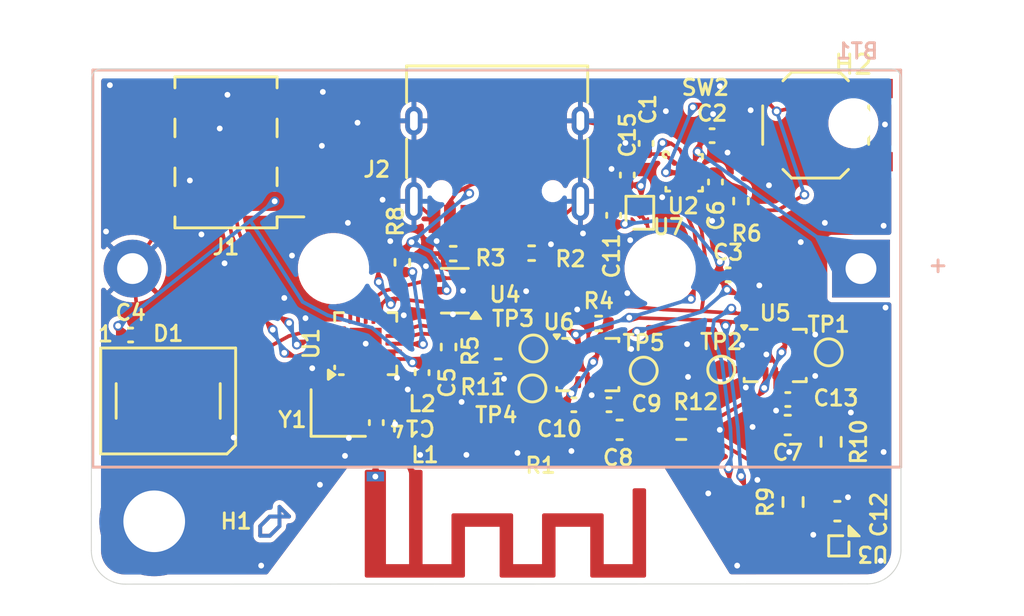
<source format=kicad_pcb>
(kicad_pcb (version 20241229) (generator "pcbnew") (generator_version "9.0")
  (layers (0 "F.Cu" signal) (2 "B.Cu" signal) (13 "F.Paste" user) (15 "B.Paste" user) (5 "F.SilkS" user "F.Silkscreen") (7 "B.SilkS" user "B.Silkscreen") (1 "F.Mask" user) (3 "B.Mask" user) (25 "Edge.Cuts" user))
  (net 0 "")
  (net 1 "+BATT")
  (net 2 "GND")
  (net 3 "+5V")
  (net 4 "VDD")
  (net 5 "Net-(U2-VDD)")
  (net 7 "LED")
  (net 8 "PA11")
  (net 9 "SWD")
  (net 10 "PA10")
  (net 11 "SWCLK")
  (net 12 "Net-(U1-ANT)")
  (net 13 "SCL")
  (net 14 "SDA")
  (net 15 "PWRINT")
  (net 16 "Net-(U1-V5)")
  (net 17 "Net-(U6-SD0{slash}SA0)")
  (net 18 "Net-(U5-INT2)")
  (net 19 "Net-(U5-INT1)")
  (net 20 "Net-(U6-INT1)")
  (net 21 "Net-(U6-INT2)")
  (net 22 "PA5")
  (net 28 "Net-(U1-XI)")
  (net 29 "Net-(U1-XO)")
  (net 30 "PA4")
  (net 31 "Net-(U3-VDD)")
  (net 32 "Net-(U5-VDD)")
  (net 36 "Net-(U6-VDD)")
  (net 38 "Net-(J2-CC1)")
  (net 39 "Net-(J2-CC2)")
  (net 42 "Net-(C14-Pad1)")
  (net 43 "Net-(U2-SYS)")
  (footprint "Resistor_SMD:R_0603_1608Metric" (layer "F.Cu") (at 102.125 53.625 -90)
    (property "Reference" "R10")
    (property "Value" "33Ω")
  )
  (footprint "Capacitor_SMD:C_0402_1005Metric" (layer "F.Cu") (at 91.55 39.77 90)
    (property "Reference" "C15")
    (property "Value" "1u")
  )
  (footprint "Resistor_SMD:R_0402_1005Metric" (layer "F.Cu") (at 97.45 41.12 90)
    (property "Reference" "R6")
    (property "Value" "5.1k")
  )
  (footprint "Resistor_SMD:R_0603_1608Metric" (layer "F.Cu") (at 94.35 52.975)
    (property "Reference" "R12")
    (property "Value" "33Ω")
  )
  (footprint "Package_TO_SOT_SMD:SOT-363_SC-70-6" (layer "F.Cu") (at 82.6 45.775 180)
    (property "Reference" "U4")
    (property "Value" "USBLC6-2SC6")
  )
  (footprint "LED_SMD:LED_WS2812B_PLCC4_5.0x5.0mm_P3.2mm" (layer "F.Cu") (at 67.725 51.5)
    (property "Reference" "D1")
    (property "Value" "WS2812B")
  )
  (footprint "Capacitor_SMD:C_0603_1608Metric" (layer "F.Cu") (at 99.875 52.75 180)
    (property "Reference" "C7")
    (property "Value" "22μF")
  )
  (footprint "Capacitor_SMD:C_0402_1005Metric" (layer "F.Cu") (at 99.88 51.425 180)
    (property "Reference" "C13")
    (property "Value" "0.1μF")
  )
  (footprint "Capacitor_SMD:C_0402_1005Metric" (layer "F.Cu") (at 96.125 40.13 -90)
    (property "Reference" "C6")
    (property "Value" "1u")
  )
  (footprint "Capacitor_SMD:C_0402_1005Metric" (layer "F.Cu") (at 92.525 38.125 90)
    (property "Reference" "C1")
    (property "Value" "4.7u")
  )
  (footprint "Capacitor_SMD:C_0402_1005Metric" (layer "F.Cu") (at 96.78 44.95)
    (property "Reference" "C3")
    (property "Value" "4.7u")
  )
  (footprint "Resistor_SMD:R_0402_1005Metric" (layer "F.Cu") (at 86.585 43.825)
    (property "Reference" "R2")
    (property "Value" "5.1k")
  )
  (footprint "cnhardware:WLCSP-9-P0.5mm" (layer "F.Cu") (at 94.5 39.65)
    (property "Reference" "U2")
    (property "Value" "AW32001")
  )
  (footprint "Package_DFN_QFN:QFN-20-1EP_3x3mm_P0.4mm_EP1.65x1.65mm" (layer "F.Cu") (at 77.975 48.525 90)
    (property "Reference" "U1")
    (property "Value" "CH572D")
  )
  (footprint "Resistor_SMD:R_0402_1005Metric" (layer "F.Cu") (at 82.275 48.7 -90)
    (property "Reference" "R5")
    (property "Value" "5.1k")
  )
  (footprint "cnhardware:LGA-14_3x2.5mm_P0.5mm_LayoutBorder3x4y_EVEN_PADS" (layer "F.Cu") (at 99.225 49.1375)
    (property "Reference" "U5")
    (property "Value" "~")
  )
  (footprint "TestPoint:TestPoint_Pad_D1.0mm" (layer "F.Cu") (at 96.425 49.875)
    (property "Reference" "TP2")
    (property "Value" "INT1")
  )
  (footprint "Capacitor_SMD:C_0402_1005Metric" (layer "F.Cu") (at 90.6 51.7 180)
    (property "Reference" "C9")
    (property "Value" "0.1μF")
  )
  (footprint "cnhardware:LGA-14_3x2.5mm_P0.5mm_LayoutBorder3x4y_EVEN_PADS" (layer "F.Cu") (at 89.5 49.6125)
    (property "Reference" "U6")
    (property "Value" "~")
  )
  (footprint "Capacitor_SMD:C_0402_1005Metric" (layer "F.Cu") (at 95.95 37.725)
    (property "Reference" "C2")
    (property "Value" "4.7u")
  )
  (footprint "Resistor_SMD:R_0402_1005Metric" (layer "F.Cu") (at 90.065 47.475)
    (property "Reference" "R4")
    (property "Value" "5.1k")
  )
  (footprint "Capacitor_SMD:C_0402_1005Metric" (layer "F.Cu") (at 78.525 52.625 90)
    (property "Reference" "C14")
    (property "Value" "22pF")
  )
  (footprint "Resistor_SMD:R_0402_1005Metric" (layer "F.Cu") (at 79.875 44.3 90)
    (property "Reference" "R8")
    (property "Value" "NP")
  )
  (footprint "TestPoint:TestPoint_Pad_D1.0mm" (layer "F.Cu") (at 92.4 49.925)
    (property "Reference" "TP5")
    (property "Value" "INT1")
  )
  (footprint "Connector_PinHeader_2.54mm:PinHeader_2x03_P2.54mm_Vertical_SMD" (layer "F.Cu") (at 70.725 38.59 180)
    (property "Reference" "J1")
    (property "Value" "SAO")
  )
  (footprint "cnhardware:USB_C_MOD_Receptacle_HRO_TYPE-C-31-M-12" (layer "F.Cu") (at 84.795 38 180)
    (property "Reference" "J2")
    (property "Value" "USB_C_Receptacle_USB2.0_16P")
  )
  (footprint "Capacitor_SMD:C_0402_1005Metric" (layer "F.Cu") (at 80.9 50.03 -90)
    (property "Reference" "C5")
    (property "Value" "0.1u")
  )
  (footprint "Capacitor_SMD:C_0402_1005Metric" (layer "F.Cu") (at 90.84 41.86 90)
    (property "Reference" "C11")
    (property "Value" "0.1μF")
  )
  (footprint "RF_Antenna:Texas_SWRA117D_2.4GHz_Left" (layer "F.Cu") (at 80.575 55.425 180)
    (property "Reference" "R1")
    (property "Value" "R")
  )
  (footprint "Capacitor_SMD:C_0603_1608Metric" (layer "F.Cu") (at 91.15 53 180)
    (property "Reference" "C8")
    (property "Value" "22μF")
  )
  (footprint "Resistor_SMD:R_0402_1005Metric" (layer "F.Cu") (at 84.85 49.7)
    (property "Reference" "R11")
    (property "Value" "5.1k")
  )
  (footprint "Resistor_SMD:R_0603_1608Metric" (layer "F.Cu") (at 100.15 56.75 90)
    (property "Reference" "R9")
    (property "Value" "33Ω")
  )
  (footprint "Inductor_SMD:L_0402_1005Metric" (layer "F.Cu") (at 79 54.075)
    (property "Reference" "L1")
    (property "Value" "L")
  )
  (footprint "MountingHole:MountingHole_2.1mm" (layer "F.Cu") (at 103.28 37.08)
    (property "Reference" "H2")
    (property "Value" "BATTMOUNT")
  )
  (footprint "Crystal:Crystal_SMD_2016-4Pin_2.0x1.6mm" (layer "F.Cu") (at 76.55 52.125)
    (property "Reference" "Y1")
    (property "Value" "32MHz")
  )
  (footprint "Inductor_SMD:L_0402_1005Metric" (layer "F.Cu") (at 79.025 51.25)
    (property "Reference" "L2")
    (property "Value" "L")
  )
  (footprint "Capacitor_SMD:C_0603_1608Metric" (layer "F.Cu") (at 102.45 57.225)
    (property "Reference" "C12")
    (property "Value" "22μF")
  )
  (footprint "Package_BGA:WLP-4_0.83x0.83mm_P0.4mm" (layer "F.Cu") (at 102.525 59.025 -90)
    (property "Reference" "U3")
    (property "Value" "QMC6309")
  )
  (footprint "MountingHole:MountingHole_3.2mm_M3_ISO7380_Pad_TopBottom" (layer "F.Cu") (at 67 57.75)
    (property "Reference" "H1")
    (property "Value" "HOLE")
  )
  (footprint "Capacitor_SMD:C_0402_1005Metric" (layer "F.Cu") (at 88.775 51.7)
    (property "Reference" "C10")
    (property "Value" "0.1μF")
  )
  (footprint "Resistor_SMD:R_0402_1005Metric" (layer "F.Cu") (at 82.515 43.85 180)
    (property "Reference" "R3")
    (property "Value" "5.1k")
  )
  (footprint "Capacitor_SMD:C_0402_1005Metric" (layer "F.Cu") (at 65.775 48.075)
    (property "Reference" "C4")
    (property "Value" "0.1u")
  )
  (footprint "cnhardware:xdfn-reg" (layer "F.Cu") (at 92.2 41.73)
    (property "Reference" "U7")
    (property "Value" "MG6229D4-28")
  )
  (footprint "TestPoint:TestPoint_Pad_D1.0mm" (layer "F.Cu") (at 86.625 50.85)
    (property "Reference" "TP4")
    (property "Value" "INT1")
  )
  (footprint "TestPoint:TestPoint_Pad_D1.0mm" (layer "F.Cu") (at 86.675 48.775)
    (property "Reference" "TP3")
    (property "Value" "SA0")
  )
  (footprint "TestPoint:TestPoint_Pad_D1.0mm" (layer "F.Cu") (at 102 48.975)
    (property "Reference" "TP1")
    (property "Value" "INT2")
  )
  (footprint "Button_Switch_SMD:SW_SPST_TL3342" (layer "F.Cu") (at 101.325 37.175)
    (property "Reference" "SW2")
    (property "Value" "TS-1187A-B-A-B")
  )
  (footprint "Battery:BatteryHolder_Bulgin_BX0123_1xCR123" (layer "B.Cu") (at 103.675 44.625 180)
    (property "Reference" "BT1")
    (property "Value" "Battery")
  )
  (gr_line (start 73 58.5) (end 72.5 58.5) (stroke (width 0.2)) (layer "F.Cu"))
  (gr_line (start 73 58.5) (end 73.5 58) (stroke (width 0.2)) (layer "F.Cu"))
  (gr_line (start 74 57.5) (end 73.5 57) (stroke (width 0.2)) (layer "F.Cu"))
  (gr_line (start 72.5 58.5) (end 72.5 58) (stroke (width 0.2)) (layer "F.Cu"))
  (gr_line (start 72.5 58) (end 73 57.5) (stroke (width 0.2)) (layer "F.Cu"))
  (gr_line (start 73 57.5) (end 74 57.5) (stroke (width 0.2)) (layer "F.Cu"))
  (gr_line (start 73.5 57) (end 73.5 58) (stroke (width 0.2)) (layer "F.Cu"))
  (gr_line (start 73.5 58) (end 73.5 57) (stroke (width 0.2)) (layer "B.Cu"))
  (gr_line (start 74 57.5) (end 73 57.5) (stroke (width 0.2)) (layer "B.Cu"))
  (gr_line (start 72.5 58) (end 73 57.5) (stroke (width 0.2)) (layer "B.Cu"))
  (gr_line (start 72.5 58.5) (end 72.5 58) (stroke (width 0.2)) (layer "B.Cu"))
  (gr_line (start 73.5 57) (end 74 57.5) (stroke (width 0.2)) (layer "B.Cu"))
  (gr_line (start 73 58.5) (end 73.5 58) (stroke (width 0.2)) (layer "B.Cu"))
  (gr_line (start 72.5 58.5) (end 73 58.5) (stroke (width 0.2)) (layer "B.Cu"))
  (gr_line (start 64.25 34.25) (end 105.25 34.25) (stroke (width 0.05)) (layer "Edge.Cuts"))
  (gr_arc (start 105.25 34.25) (mid 105.603553 34.396447) (end 105.75 34.75) (stroke (width 0.05)) (layer "Edge.Cuts"))
  (gr_arc (start 65.487437 61.012562) (mid 64.25 60.5) (end 63.737437 59.262563) (stroke (width 0.05)) (layer "Edge.Cuts"))
  (gr_arc (start 63.75 34.75) (mid 63.896447 34.396447) (end 64.25 34.25) (stroke (width 0.05)) (layer "Edge.Cuts"))
  (gr_arc (start 105.75 59.25) (mid 105.237437 60.487437) (end 104 61) (stroke (width 0.05)) (layer "Edge.Cuts"))
  (gr_line (start 105.75 34.75) (end 105.75 59.25) (stroke (width 0.05)) (layer "Edge.Cuts"))
  (gr_line (start 104 61) (end 65.487437 61.012562) (stroke (width 0.05)) (layer "Edge.Cuts"))
  (gr_line (start 63.75 34.75) (end 63.737437 59.2626) (stroke (width 0.05)) (layer "Edge.Cuts"))
  (segment (start 95 39.15) (end 95.197895 38.55) (width 0.19) (layer "F.Cu") (net 1))
  (segment (start 95.47 37.725) (end 95.197895 38.55) (width 0.19) (layer "F.Cu") (net 1))
  (via (at 95.197895 38.55) (size 0.5) (drill 0.3) (layers "F.Cu" "B.Cu") (net 1))
  (segment (start 103.675 44.625) (end 95.197895 38.55) (width 0.19) (layer "B.Cu") (net 1))
  (segment (start 92.55 42.24) (end 92.68 42.72) (width 0.19) (layer "F.Cu") (net 2))
  (segment (start 81.55 43) (end 81.545 42.045) (width 0.19) (layer "F.Cu") (net 2))
  (segment (start 94.55 37.6) (end 94.9 37.125) (width 0.19) (layer "F.Cu") (net 2))
  (segment (start 90 51.05) (end 90 51.225) (width 0.19) (layer "F.Cu") (net 2))
  (segment (start 99.225 50.05) (end 99.225 50.825) (width 0.19) (layer "F.Cu") (net 2))
  (segment (start 97.26 44.95) (end 98.4 45.5) (width 0.19) (layer "F.Cu") (net 2))
  (segment (start 99.225 50.05) (end 99.225 49.55) (width 0.19) (layer "F.Cu") (net 2))
  (segment (start 89.525 51.275) (end 89.255 51.7) (width 0.19) (layer "F.Cu") (net 2))
  (segment (start 80.475 41.130001) (end 80.475 36.95) (width 0.19) (layer "F.Cu") (net 2))
  (segment (start 79.497054 52.7) (end 79.485 54.05) (width 0.19) (layer "F.Cu") (net 2))
  (segment (start 95.35 36.95) (end 95.875 37.025) (width 0.19) (layer "F.Cu") (net 2))
  (segment (start 81.545 42.045) (end 80.475 41.130001) (width 0.19) (layer "F.Cu") (net 2))
  (segment (start 97.5 48.6) (end 94.65 48.55) (width 0.19) (layer "F.Cu") (net 2))
  (segment (start 82.005 43.85) (end 81.654598 43.195402) (width 0.19) (layer "F.Cu") (net 2))
  (segment (start 85.36 49.7) (end 88.3375 49.8625) (width 0.19) (layer "F.Cu") (net 2))
  (segment (start 90.12 51.7) (end 89.255 51.7) (width 0.19) (layer "F.Cu") (net 2))
  (segment (start 92.525 37.645) (end 93.05 36.975) (width 0.19) (layer "F.Cu") (net 2))
  (segment (start 89.5 50.525) (end 89.525 51.275) (width 0.19) (layer "F.Cu") (net 2))
  (segment (start 95 40.15) (end 96.125 40.61) (width 0.19) (layer "F.Cu") (net 2))
  (segment (start 88 42.975) (end 88.045 42.045) (width 0.19) (layer "F.Cu") (net 2))
  (segment (start 90 50.525) (end 89.5 50.525) (width 0.19) (layer "F.Cu") (net 2))
  (segment (start 99.725 50.05) (end 99.225 50.05) (width 0.19) (layer "F.Cu") (net 2))
  (segment (start 76.6 52.15) (end 75.85 51.575) (width 0.19) (layer "F.Cu") (net 2))
  (segment (start 88.3375 49.8625) (end 88.3375 49.3625) (width 0.19) (layer "F.Cu") (net 2))
  (segment (start 87.095 43.825) (end 87.587464 43.362464) (width 0.19) (layer "F.Cu") (net 2))
  (segment (start 88.045 42.045) (end 89.115 41.130001) (width 0.19) (layer "F.Cu") (net 2))
  (segment (start 89.3 49.85) (end 89.5 50.075) (width 0.19) (layer "F.Cu") (net 2))
  (segment (start 98.175 39.075) (end 96.43 37.725) (width 0.19) (layer "F.Cu") (net 2))
  (segment (start 66.255 48.075) (end 70.175 53.5) (width 0.19) (layer "F.Cu") (net 2))
  (segment (start 98.765385 49.084615) (end 98.5 48.9) (width 0.19) (layer "F.Cu") (net 2))
  (segment (start 95.875 37.025) (end 96.43 37.725) (width 0.19) (layer "F.Cu") (net 2))
  (segment (start 79.485 54.05) (end 80.575 55.425) (width 0.19) (layer "F.Cu") (net 2))
  (segment (start 99.1 52.75) (end 99.269811 52) (width 0.19) (layer "F.Cu") (net 2))
  (segment (start 90 51.225) (end 90.12 51.7) (width 0.19) (layer "F.Cu") (net 2))
  (segment (start 79.51 51.25) (end 79.497054 52.7) (width 0.19) (layer "F.Cu") (net 2))
  (segment (start 90 50.525) (end 90 51.05) (width 0.19) (layer "F.Cu") (net 2))
  (segment (start 66.255 48.075) (end 65.875 44.625) (width 0.19) (layer "F.Cu") (net 2))
  (segment (start 97.26 44.95) (end 96.125 40.61) (width 0.19) (layer "F.Cu") (net 2))
  (segment (start 94.05 36.925) (end 94.55 37.6) (width 0.19) (layer "F.Cu") (net 2))
  (segment (start 77.25 52.675) (end 77.1 53.425) (width 0.19) (layer "F.Cu") (net 2))
  (segment (start 94.9 37.125) (end 95.35 36.95) (width 0.19) (layer "F.Cu") (net 2))
  (segment (start 89.5 50.075) (end 89.5 50.525) (width 0.19) (layer "F.Cu") (net 2))
  (segment (start 88.3375 49.8625) (end 89.3 49.85) (width 0.19) (layer "F.Cu") (net 2))
  (segment (start 98.5 48.9) (end 98.0625 48.8875) (width 0.19) (layer "F.Cu") (net 2))
  (segment (start 83.55 45.775) (end 83.025 45.775) (width 0.19) (layer "F.Cu") (net 2))
  (segment (start 80.9 50.51) (end 79.51 51.25) (width 0.19) (layer "F.Cu") (net 2))
  (segment (start 70.175 53.5) (end 71.125 53.4) (width 0.19) (layer "F.Cu") (net 2))
  (segment (start 98.0625 48.8875) (end 98.0625 48.65) (width 0.19) (layer "F.Cu") (net 2))
  (segment (start 92.2 41.73) (end 92.55 42.24) (width 0.19) (layer "F.Cu") (net 2))
  (segment (start 90.375 53) (end 90.12 51.7) (width 0.19) (layer "F.Cu") (net 2))
  (segment (start 87.587464 43.362464) (end 88 42.975) (width 0.19) (layer "F.Cu") (net 2))
  (segment (start 67 57.75) (end 70.175 53.15) (width 0.19) (layer "F.Cu") (net 2))
  (segment (start 99.225 49.55) (end 99.075 49.3) (width 0.19) (layer "F.Cu") (net 2))
  (segment (start 68.2 41.13) (end 65.875 44.625) (width 0.19) (layer "F.Cu") (net 2))
  (segment (start 97.5 48.6) (end 98.0625 48.65) (width 0.19) (layer "F.Cu") (net 2))
  (segment (start 77.25 52.675) (end 76.6 52.15) (width 0.19) (layer "F.Cu") (net 2))
  (segment (start 81.654598 43.195402) (end 81.55 43) (width 0.19) (layer "F.Cu") (net 2))
  (segment (start 92.525 37.645) (end 89.115 36.95) (width 0.19) (layer "F.Cu") (net 2))
  (segment (start 85.36 49.7) (end 85.15 50.35) (width 0.19) (layer "F.Cu") (net 2))
  (segment (start 99.075 49.3) (end 98.765385 49.084615) (width 0.19) (layer "F.Cu") (net 2))
  (segment (start 98.0625 49.3875) (end 98.0625 48.8875) (width 0.19) (layer "F.Cu") (net 2))
  (segment (start 98.0625 48.65) (end 98.0625 48.3875) (width 0.19) (layer "F.Cu") (net 2))
  (segment (start 99.225 50.825) (end 99.4 51.425) (width 0.19) (layer "F.Cu") (net 2))
  (segment (start 93.4 36.875) (end 94.05 36.925) (width 0.19) (layer "F.Cu") (net 2))
  (segment (start 89.7 51.2) (end 90 51.05) (width 0.19) (layer "F.Cu") (net 2))
  (segment (start 93.05 36.975) (end 93.4 36.875) (width 0.19) (layer "F.Cu") (net 2))
  (segment (start 104.475 39.075) (end 98.175 39.075) (width 0.19) (layer "F.Cu") (net 2))
  (segment (start 103.225 57.225) (end 103 56.5) (width 0.19) (layer "F.Cu") (net 2))
  (segment (start 99.269811 52) (end 99.4 51.425) (width 0.19) (layer "F.Cu") (net 2))
  (segment (start 102.725 58.825) (end 103.225 57.225) (width 0.19) (layer "F.Cu") (net 2))
  (via (at 77.1 53.425) (size 0.5) (drill 0.3) (layers "F.Cu" "B.Cu") (net 2))
  (via (at 104.7 59.8) (size 0.5) (drill 0.3) (layers "F.Cu" "B.Cu") (net 2))
  (via (at 100.55 43.25) (size 0.5) (drill 0.3) (layers "F.Cu" "B.Cu") (net 2))
  (via (at 104.95 46.65) (size 0.5) (drill 0.3) (layers "F.Cu" "B.Cu") (net 2))
  (via (at 75.2 49.8) (size 0.5) (drill 0.3) (layers "F.Cu" "B.Cu") (net 2))
  (via (at 81.654598 43.195402) (size 0.5) (drill 0.3) (layers "F.Cu" "B.Cu") (net 2))
  (via (at 97.5 48.6) (size 0.5) (drill 0.3) (layers "F.Cu" "B.Cu") (net 2))
  (via (at 95.75 56.3) (size 0.5) (drill 0.3) (layers "F.Cu" "B.Cu") (net 2))
  (via (at 79.25 43.2) (size 0.5) (drill 0.3) (layers "F.Cu" "B.Cu") (net 2))
  (via (at 75.75 35.45) (size 0.5) (drill 0.3) (layers "F.Cu" "B.Cu") (net 2))
  (via (at 82.95 51.55) (size 0.5) (drill 0.3) (layers "F.Cu" "B.Cu") (net 2))
  (via (at 75.7 38.25) (size 0.5) (drill 0.3) (layers "F.Cu" "B.Cu") (net 2))
  (via (at 70.8 35.6) (size 0.5) (drill 0.3) (layers "F.Cu" "B.Cu") (net 2))
  (via (at 104.85 54.15) (size 0.5) (drill 0.3) (layers "F.Cu" "B.Cu") (net 2))
  (via (at 69.45 42.85) (size 0.5) (drill 0.3) (layers "F.Cu" "B.Cu") (net 2))
  (via (at 77.55 37.05) (size 0.5) (drill 0.3) (layers "F.Cu" "B.Cu") (net 2))
  (via (at 98.4 45.5) (size 0.5) (drill 0.3) (layers "F.Cu" "B.Cu") (net 2))
  (via (at 89.25 42.8) (size 0.5) (drill 0.3) (layers "F.Cu" "B.Cu") (net 2))
  (via (at 96.35 35.15) (size 0.5) (drill 0.3) (layers "F.Cu" "B.Cu") (net 2))
  (via (at 73.75 46.15) (size 0.5) (drill 0.3) (layers "F.Cu" "B.Cu") (net 2))
  (via (at 103.15 52.1) (size 0.5) (drill 0.3) (layers "F.Cu" "B.Cu") (net 2))
  (via (at 78.85 41.05) (size 0.5) (drill 0.3) (layers "F.Cu" "B.Cu") (net 2))
  (via (at 93.55 36.45) (size 0.5) (drill 0.3) (layers "F.Cu" "B.Cu") (net 2))
  (via (at 68.85 40.05) (size 0.5) (drill 0.3) (layers "F.Cu" "B.Cu") (net 2))
  (via (at 96.75 38.6) (size 0.5) (drill 0.3) (layers "F.Cu" "B.Cu") (net 2))
  (via (at 79.600473 50.299527) (size 0.5) (drill 0.3) (layers "F.Cu" "B.Cu") (net 2))
  (via (at 74.15 43.95) (size 0.5) (drill 0.3) (layers "F.Cu" "B.Cu") (net 2))
  (via (at 86.3 45.8) (size 0.5) (drill 0.3) (layers "F.Cu" "B.Cu") (net 2))
  (via (at 91.45 38.1) (size 0.5) (drill 0.3) (layers "F.Cu" "B.Cu") (net 2))
  (via (at 82.5 47) (size 0.5) (drill 0.3) (layers "F.Cu" "B.Cu") (net 2))
  (via (at 98.3 55.6) (size 0.5) (drill 0.3) (layers "F.Cu" "B.Cu") (net 2))
  (via (at 77.975 48.525) (size 0.5) (drill 0.3) (layers "F.Cu" "B.Cu") (net 2))
  (via (at 80.156056 50.906056) (size 0.5) (drill 0.3) (layers "F.Cu" "B.Cu") (net 2))
  (via (at 88.95 46.75) (size 0.5) (drill 0.3) (layers "F.Cu" "B.Cu") (net 2))
  (via (at 95.95 42.15) (size 0.5) (drill 0.3) (layers "F.Cu" "B.Cu") (net 2))
  (via (at 101.3 48.05) (size 0.5) (drill 0.3) (layers "F.Cu" "B.Cu") (net 2))
  (via (at 89.7 51.2) (size 0.5) (drill 0.3) (layers "F.Cu" "B.Cu") (net 2))
  (via (at 99.95 54.15) (size 0.5) (drill 0.3) (layers "F.Cu" "B.Cu") (net 2))
  (via (at 90.73 39.45) (size 0.5) (drill 0.3) (layers "F.Cu" "B.Cu") (net 2))
  (via (at 99.269811 52) (size 0.5) (drill 0.3) (layers "F.Cu" "B.Cu") (net 2))
  (via (at 87.587464 43.362464) (size 0.5) (drill 0.3) (layers "F.Cu" "B.Cu") (net 2))
  (via (at 76.9 54.35) (size 0.5) (drill 0.3) (layers "F.Cu" "B.Cu") (net 2))
  (via (at 79.497054 52.7) (size 0.5) (drill 0.3) (layers "F.Cu" "B.Cu") (net 2))
  (via (at 79.95 47.05) (size 0.5) (drill 0.3) (layers "F.Cu" "B.Cu") (net 2))
  (via (at 96.35 53) (size 0.5) (drill 0.3) (layers "F.Cu" "B.Cu") (net 2))
  (via (at 83.2 54.3) (size 0.5) (drill 0.3) (layers "F.Cu" "B.Cu") (net 2))
  (via (at 64.5 42.7) (size 0.5) (drill 0.3) (layers "F.Cu" "B.Cu") (net 2))
  (via (at 70.65 44.35) (size 0.5) (drill 0.3) (layers "F.Cu" "B.Cu") (net 2))
  (via (at 80.8 54.3) (size 0.5) (drill 0.3) (layers "F.Cu" "B.Cu") (net 2))
  (via (at 96 36.6) (size 0.5) (drill 0.3) (layers "F.Cu" "B.Cu") (net 2))
  (via (at 72.55 60.05) (size 0.5) (drill 0.3) (layers "F.Cu" "B.Cu") (net 2))
  (via (at 91.7 43.15) (size 0.5) (drill 0.3) (layers "F.Cu" "B.Cu") (net 2))
  (via (at 64.7 35.1) (size 0.5) (drill 0.3) (layers "F.Cu" "B.Cu") (net 2))
  (via (at 98.9 40.3) (size 0.5) (drill 0.3) (layers "F.Cu" "B.Cu") (net 2))
  (via (at 104.92 37.14) (size 0.5) (drill 0.3) (layers "F.Cu" "B.Cu") (net 2))
  (via (at 94.65 48.55) (size 0.5) (drill 0.3) (layers "F.Cu" "B.Cu") (net 2))
  (via (at 101.8 42.25) (size 0.5) (drill 0.3) (layers "F.Cu" "B.Cu") (net 2))
  (via (at 104.85 42.4) (size 0.5) (drill 0.3) (layers "F.Cu" "B.Cu") (net 2))
  (via (at 94.7 50.25) (size 0.5) (drill 0.3) (layers "F.Cu" "B.Cu") (net 2))
  (via (at 93.36 40.92) (size 0.5) (drill 0.3) (layers "F.Cu" "B.Cu") (net 2))
  (via (at 83.025 45.775) (size 0.5) (drill 0.3) (layers "F.Cu" "B.Cu") (net 2))
  (via (at 91.55 45.9) (size 0.5) (drill 0.3) (layers "F.Cu" "B.Cu") (net 2))
  (via (at 75.6 55.85) (size 0.5) (drill 0.3) (layers "F.Cu" "B.Cu") (net 2))
  (via (at 74.85 47.2) (size 0.5) (drill 0.3) (layers "F.Cu" "B.Cu") (net 2))
  (via (at 101.3 50.2) (size 0.5) (drill 0.3) (layers "F.Cu" "B.Cu") (net 2))
  (via (at 85.15 50.35) (size 0.5) (drill 0.3) (layers "F.Cu" "B.Cu") (net 2))
  (via (at 70.4 37.35) (size 0.5) (drill 0.3) (layers "F.Cu" "B.Cu") (net 2))
  (via (at 103 56.5) (size 0.5) (drill 0.3) (layers "F.Cu" "B.Cu") (net 2))
  (via (at 98.05 52.85) (size 0.5) (drill 0.3) (layers "F.Cu" "B.Cu") (net 2))
  (via (at 101.2 58.45) (size 0.5) (drill 0.3) (layers "F.Cu" "B.Cu") (net 2))
  (via (at 91.75 48.8) (size 0.5) (drill 0.3) (layers "F.Cu" "B.Cu") (net 2))
  (via (at 97.25 60.05) (size 0.5) (drill 0.3) (layers "F.Cu" "B.Cu") (net 2))
  (via (at 88.65 54.1) (size 0.5) (drill 0.3) (layers "F.Cu" "B.Cu") (net 2))
  (via (at 98.765385 49.084615) (size 0.5) (drill 0.3) (layers "F.Cu" "B.Cu") (net 2))
  (via (at 97.7 50.8) (size 0.5) (drill 0.3) (layers "F.Cu" "B.Cu") (net 2))
  (via (at 97.95 36.4) (size 0.5) (drill 0.3) (layers "F.Cu" "B.Cu") (net 2))
  (via (at 71.125 53.4) (size 0.5) (drill 0.3) (layers "F.Cu" "B.Cu") (net 2))
  (via (at 85.85 54.2) (size 0.5) (drill 0.3) (layers "F.Cu" "B.Cu") (net 2))
  (via (at 81.1 44.5) (size 0.5) (drill 0.3) (layers "F.Cu" "B.Cu") (net 2))
  (via (at 77.05 42.25) (size 0.5) (drill 0.3) (layers "F.Cu" "B.Cu") (net 2))
  (segment (start 83.025 45.775) (end 81.654598 43.195402) (width 0.19) (layer "B.Cu") (net 2))
  (segment (start 89.115 36.95) (end 89.115 41.130001) (width 0.19) (layer "B.Cu") (net 2))
  (segment (start 103 56.5) (end 99.269811 52) (width 0.19) (layer "B.Cu") (net 2))
  (segment (start 85.15 50.35) (end 80.156056 50.906056) (width 0.19) (layer "B.Cu") (net 2))
  (segment (start 79.600473 50.299527) (end 77.975 48.525) (width 0.19) (layer "B.Cu") (net 2))
  (segment (start 76.65 52.938046) (end 79.497054 52.7) (width 0.19) (layer "B.Cu") (net 2))
  (segment (start 83.025 45.775) (end 87.587464 43.362464) (width 0.19) (layer "B.Cu") (net 2))
  (segment (start 98.4 45.5) (end 97.5 48.6) (width 0.19) (layer "B.Cu") (net 2))
  (segment (start 71.125 53.4) (end 76.65 52.938046) (width 0.19) (layer "B.Cu") (net 2))
  (segment (start 77.1 53.425) (end 76.65 52.938046) (width 0.19) (layer "B.Cu") (net 2))
  (segment (start 94.65 48.55) (end 89.7 51.2) (width 0.19) (layer "B.Cu") (net 2))
  (segment (start 80.156056 50.906056) (end 79.600473 50.299527) (width 0.19) (layer "B.Cu") (net 2))
  (segment (start 86.975 39.675) (end 86.825 40.3) (width 0.19) (layer "F.Cu") (net 3))
  (segment (start 83.116667 40.441667) (end 83.5 40.25) (width 0.19) (layer "F.Cu") (net 3))
  (segment (start 87.5 39.05) (end 86.975 39.675) (width 0.19) (layer "F.Cu") (net 3))
  (segment (start 88.325 38.725) (end 87.5 39.05) (width 0.19) (layer "F.Cu") (net 3))
  (segment (start 86.825 40.3) (end 87.225 41.275) (width 0.19) (layer "F.Cu") (net 3))
  (segment (start 79.875 43.79) (end 80.35 43.25) (width 0.19) (layer "F.Cu") (net 3))
  (segment (start 81.65 45.775) (end 82.175 45.75) (width 0.19) (layer "F.Cu") (net 3))
  (segment (start 82.4 41.075) (end 82.7 40.65) (width 0.19) (layer "F.Cu") (net 3))
  (segment (start 93.5 38.675) (end 88.325 38.725) (width 0.19) (layer "F.Cu") (net 3))
  (segment (start 87.225 41.275) (end 87.245 42.045) (width 0.19) (layer "F.Cu") (net 3))
  (segment (start 82.7 40.65) (end 83.116667 40.441667) (width 0.19) (layer "F.Cu") (net 3))
  (segment (start 83.35 40.725) (end 83.116667 40.441667) (width 0.19) (layer "F.Cu") (net 3))
  (segment (start 94 39.15) (end 93.5 38.675) (width 0.19) (layer "F.Cu") (net 3))
  (segment (start 82.345 42.045) (end 82.4 41.075) (width 0.19) (layer "F.Cu") (net 3))
  (segment (start 83.5 40.25) (end 86.975 39.675) (width 0.19) (layer "F.Cu") (net 3))
  (via (at 82.175 45.75) (size 0.5) (drill 0.3) (layers "F.Cu" "B.Cu") (net 3))
  (via (at 80.35 43.25) (size 0.5) (drill 0.3) (layers "F.Cu" "B.Cu") (net 3))
  (via (at 83.35 40.725) (size 0.5) (drill 0.3) (layers "F.Cu" "B.Cu") (net 3))
  (segment (start 80.35 43.25) (end 81.35 43.75) (width 0.19) (layer "B.Cu") (net 3))
  (segment (start 81.8 44.4) (end 82.175 45.75) (width 0.19) (layer "B.Cu") (net 3))
  (segment (start 81.35 43.75) (end 81.8 44.4) (width 0.19) (layer "B.Cu") (net 3))
  (segment (start 80.35 43.25) (end 83.35 40.725) (width 0.19) (layer "B.Cu") (net 3))
  (segment (start 80.825 49.290361) (end 80.9 49.55) (width 0.19) (layer "F.Cu") (net 4))
  (segment (start 102.125 54.45) (end 100.15 55.925) (width 0.19) (layer "F.Cu") (net 4))
  (segment (start 90 48.7) (end 90 48.175) (width 0.19) (layer "F.Cu") (net 4))
  (segment (start 98.725 50.6) (end 98.653947 50.825) (width 0.19) (layer "F.Cu") (net 4))
  (segment (start 99.625 48.975) (end 99.55 48.975) (width 0.19) (layer "F.Cu") (net 4))
  (segment (start 98.653947 50.825) (end 98.575 51.075) (width 0.19) (layer "F.Cu") (net 4))
  (segment (start 99.725 48.225) (end 99.75 48.7) (width 0.19) (layer "F.Cu") (net 4))
  (segment (start 89 50.525) (end 88.653125 51.103125) (width 0.19) (layer "F.Cu") (net 4))
  (segment (start 91.85 42.24) (end 91.42 42.31) (width 0.19) (layer "F.Cu") (net 4))
  (segment (start 90.146569 47.996569) (end 91 48.1) (width 0.19) (layer "F.Cu") (net 4))
  (segment (start 97.3 45.975) (end 99.35 46.825) (width 0.19) (layer "F.Cu") (net 4))
  (segment (start 96.3 44.95) (end 96.35 44.275) (width 0.19) (layer "F.Cu") (net 4))
  (segment (start 99.725 47.475) (end 99.725 48.225) (width 0.19) (layer "F.Cu") (net 4))
  (segment (start 96.725 45.725) (end 97.3 45.975) (width 0.19) (layer "F.Cu") (net 4))
  (segment (start 90 48.7) (end 90 49.175) (width 0.19) (layer "F.Cu") (net 4))
  (segment (start 79.425 49.325) (end 79.425 48.925) (width 0.19) (layer "F.Cu") (net 4))
  (segment (start 96.3 44.95) (end 96.725 45.725) (width 0.19) (layer "F.Cu") (net 4))
  (segment (start 90.84 42.34) (end 91.42 42.31) (width 0.19) (layer "F.Cu") (net 4))
  (segment (start 65.295 48.075) (end 65.125 47.6) (width 0.19) (layer "F.Cu") (net 4))
  (segment (start 98.725 50.05) (end 98.725 50.6) (width 0.19) (layer "F.Cu") (net 4))
  (segment (start 86.425 51.875) (end 88.295 51.7) (width 0.19) (layer "F.Cu") (net 4))
  (segment (start 90 49.175) (end 89.775 49.475) (width 0.19) (layer "F.Cu") (net 4))
  (segment (start 91 48.1) (end 92.05 47.9) (width 0.19) (layer "F.Cu") (net 4))
  (segment (start 88.653125 51.103125) (end 88.295 51.7) (width 0.19) (layer "F.Cu") (net 4))
  (segment (start 85.65 51.65) (end 86.425 51.875) (width 0.19) (layer "F.Cu") (net 4))
  (segment (start 82.275 49.21) (end 80.825 49.290361) (width 0.19) (layer "F.Cu") (net 4))
  (segment (start 80.825 49.290361) (end 80.2 49.325) (width 0.19) (layer "F.Cu") (net 4))
  (segment (start 82.275 49.21) (end 85.65 51.65) (width 0.19) (layer "F.Cu") (net 4))
  (segment (start 100.15 55.925) (end 95.175 52.975) (width 0.19) (layer "F.Cu") (net 4))
  (segment (start 90.146569 47.996569) (end 90.575 47.475) (width 0.19) (layer "F.Cu") (net 4))
  (segment (start 65.275 50.2) (end 65.295 48.075) (width 0.19) (layer "F.Cu") (net 4))
  (segment (start 90 48.175) (end 90.146569 47.996569) (width 0.19) (layer "F.Cu") (net 4))
  (segment (start 80.9 49.55) (end 80.4 49.5) (width 0.19) (layer "F.Cu") (net 4))
  (segment (start 98.575 51.075) (end 95.175 52.975) (width 0.19) (layer "F.Cu") (net 4))
  (segment (start 99.75 48.7) (end 99.625 48.975) (width 0.19) (layer "F.Cu") (net 4))
  (segment (start 99.35 46.825) (end 99.725 47.475) (width 0.19) (layer "F.Cu") (net 4))
  (segment (start 80.2 49.325) (end 79.425 49.325) (width 0.19) (layer "F.Cu") (net 4))
  (via (at 80.4 49.5) (size 0.5) (drill 0.3) (layers "F.Cu" "B.Cu") (net 4))
  (via (at 73.25 41.13) (size 0.5) (drill 0.3) (layers "F.Cu" "B.Cu") (net 4))
  (via (at 91.42 42.31) (size 0.5) (drill 0.3) (layers "F.Cu" "B.Cu") (net 4))
  (via (at 65.125 47.6) (size 0.5) (drill 0.3) (layers "F.Cu" "B.Cu") (net 4))
  (via (at 89.775 49.475) (size 0.5) (drill 0.3) (layers "F.Cu" "B.Cu") (net 4))
  (via (at 99.55 48.975) (size 0.5) (drill 0.3) (layers "F.Cu" "B.Cu") (net 4))
  (via (at 98.653947 50.825) (size 0.5) (drill 0.3) (layers "F.Cu" "B.Cu") (net 4))
  (via (at 92.05 47.9) (size 0.5) (drill 0.3) (layers "F.Cu" "B.Cu") (net 4))
  (via (at 96.35 44.275) (size 0.5) (drill 0.3) (layers "F.Cu" "B.Cu") (net 4))
  (via (at 88.653125 51.103125) (size 0.5) (drill 0.3) (layers "F.Cu" "B.Cu") (net 4))
  (via (at 96.725 45.725) (size 0.5) (drill 0.3) (layers "F.Cu" "B.Cu") (net 4))
  (segment (start 92.05 47.9) (end 95.45 46.85) (width 0.19) (layer "B.Cu") (net 4))
  (segment (start 80.4 49.5) (end 78.3 47.7) (width 0.19) (layer "B.Cu") (net 4))
  (segment (start 95.05 42.69) (end 94.23 42.16) (width 0.19) (layer "B.Cu") (net 4))
  (segment (start 93.27 42.12) (end 91.42 42.31) (width 0.19) (layer "B.Cu") (net 4))
  (segment (start 95.05 42.69) (end 96.35 44.275) (width 0.19) (layer "B.Cu") (net 4))
  (segment (start 78.3 47.7) (end 76 47.05) (width 0.19) (layer "B.Cu") (net 4))
  (segment (start 94.23 42.16) (end 93.27 42.12) (width 0.19) (layer "B.Cu") (net 4))
  (segment (start 71.986297 42.136297) (end 73.25 41.13) (width 0.19) (layer "B.Cu") (net 4))
  (segment (start 74.7 46.35) (end 71.986297 42.136297) (width 0.19) (layer "B.Cu") (net 4))
  (segment (start 76 47.05) (end 74.7 46.35) (width 0.19) (layer "B.Cu") (net 4))
  (segment (start 99.55 48.975) (end 98.653947 50.825) (width 0.19) (layer "B.Cu") (net 4))
  (segment (start 89.775 49.475) (end 88.653125 51.103125) (width 0.19) (layer "B.Cu") (net 4))
  (segment (start 95.45 46.85) (end 96.725 45.725) (width 0.19) (layer "B.Cu") (net 4))
  (segment (start 65.125 47.6) (end 71.986297 42.136297) (width 0.19) (layer "B.Cu") (net 4))
  (segment (start 97.45 40.61) (end 96.125 39.65) (width 0.19) (layer "F.Cu") (net 5))
  (segment (start 95 39.65) (end 96.125 39.65) (width 0.19) (layer "F.Cu") (net 5))
  (segment (start 75.55 47.725) (end 76.525 47.725) (width 0.19) (layer "F.Cu") (net 7))
  (segment (start 74 48.125) (end 75.55 47.725) (width 0.19) (layer "F.Cu") (net 7))
  (segment (start 70.175 50.2) (end 74 48.125) (width 0.19) (layer "F.Cu") (net 7))
  (segment (start 70.55 40.2) (end 70.3 39.65) (width 0.19) (layer "F.Cu") (net 8))
  (segment (start 73.15 47.8) (end 72.65 47.15) (width 0.19) (layer "F.Cu") (net 8))
  (segment (start 74.325 49.2) (end 74.85 49) (width 0.19) (layer "F.Cu") (net 8))
  (segment (start 72.65 47.15) (end 71.025 42.875) (width 0.19) (layer "F.Cu") (net 8))
  (segment (start 74.85 49) (end 75.755293 48.526467) (width 0.19) (layer "F.Cu") (net 8))
  (segment (start 71.025 42.875) (end 70.7 41.35) (width 0.19) (layer "F.Cu") (net 8))
  (segment (start 73.75 49) (end 74.325 49.2) (width 0.19) (layer "F.Cu") (net 8))
  (segment (start 70.7 41.35) (end 70.55 40.2) (width 0.19) (layer "F.Cu") (net 8))
  (segment (start 70.3 39.65) (end 68.2 38.59) (width 0.19) (layer "F.Cu") (net 8))
  (segment (start 75.755293 48.526467) (end 76.525 48.525) (width 0.19) (layer "F.Cu") (net 8))
  (via (at 73.75 49) (size 0.5) (drill 0.3) (layers "F.Cu" "B.Cu") (net 8))
  (via (at 73.15 47.8) (size 0.5) (drill 0.3) (layers "F.Cu" "B.Cu") (net 8))
  (segment (start 73.15 47.8) (end 73.75 49) (width 0.19) (layer "B.Cu") (net 8))
  (segment (start 79.45 46.175) (end 81.65 46.425) (width 0.19) (layer "F.Cu") (net 9))
  (segment (start 84.875 40.925) (end 85.15 40.9) (width 0.19) (layer "F.Cu") (net 9))
  (segment (start 76.2 37.475) (end 75.75 37.05) (width 0.19) (layer "F.Cu") (net 9))
  (segment (start 85.545 42.045) (end 85.55 42.95) (width 0.19) (layer "F.Cu") (net 9))
  (segment (start 84.55 41.225) (end 84.65 41.05) (width 0.19) (layer "F.Cu") (net 9))
  (segment (start 85.425 40.975) (end 85.525 41.125) (width 0.19) (layer "F.Cu") (net 9))
  (segment (start 75.75 37.05) (end 71.575 36.925) (width 0.19) (layer "F.Cu") (net 9))
  (segment (start 71.575 36.925) (end 70.35 36.35) (width 0.19) (layer "F.Cu") (net 9))
  (segment (start 84.65 41.05) (end 84.875 40.925) (width 0.19) (layer "F.Cu") (net 9))
  (segment (start 85.15 40.9) (end 85.425 40.975) (width 0.19) (layer "F.Cu") (net 9))
  (segment (start 78.825 46.45) (end 79.025 46.25) (width 0.19) (layer "F.Cu") (net 9))
  (segment (start 83.55 46.425) (end 81.65 46.425) (width 0.19) (layer "F.Cu") (net 9))
  (segment (start 78.614647 44.552514) (end 76.633091 38.405451) (width 0.19) (layer "F.Cu") (net 9))
  (segment (start 84 46.425) (end 83.55 46.425) (width 0.19) (layer "F.Cu") (net 9))
  (segment (start 84.545 42.045) (end 84.55 41.225) (width 0.19) (layer "F.Cu") (net 9))
  (segment (start 84.325 46.2) (end 84 46.425) (width 0.19) (layer "F.Cu") (net 9))
  (segment (start 85.525 41.125) (end 85.545 42.045) (width 0.19) (layer "F.Cu") (net 9))
  (segment (start 78.775 47.075) (end 78.775 46.675) (width 0.19) (layer "F.Cu") (net 9))
  (segment (start 79.45 46.175) (end 79.275 46.475) (width 0.19) (layer "F.Cu") (net 9))
  (segment (start 76.633091 38.405451) (end 76.2 37.475) (width 0.19) (layer "F.Cu") (net 9))
  (segment (start 78.65 45.325) (end 78.614647 44.552514) (width 0.19) (layer "F.Cu") (net 9))
  (segment (start 85.55 42.95) (end 84.6 45.75) (width 0.19) (layer "F.Cu") (net 9))
  (segment (start 70.35 36.35) (end 68.2 36.05) (width 0.19) (layer "F.Cu") (net 9))
  (segment (start 79.025 46.25) (end 79.45 46.175) (width 0.19) (layer "F.Cu") (net 9))
  (segment (start 78.775 46.675) (end 78.825 46.45) (width 0.19) (layer "F.Cu") (net 9))
  (segment (start 84.6 45.75) (end 84.325 46.2) (width 0.19) (layer "F.Cu") (net 9))
  (via (at 78.65 45.325) (size 0.5) (drill 0.3) (layers "F.Cu" "B.Cu") (net 9))
  (via (at 79.275 46.475) (size 0.5) (drill 0.3) (layers "F.Cu" "B.Cu") (net 9))
  (segment (start 79.275 46.475) (end 78.65 45.325) (width 0.19) (layer "B.Cu") (net 9))
  (segment (start 73 46.8) (end 74 47.45) (width 0.19) (layer "F.Cu") (net 10))
  (segment (start 75.325 48.225) (end 75.825 48.125) (width 0.19) (layer "F.Cu") (net 10))
  (segment (start 71.375 39.875) (end 73.25 38.59) (width 0.19) (layer "F.Cu") (net 10))
  (segment (start 71.125 41.325) (end 71.375 39.875) (width 0.19) (layer "F.Cu") (net 10))
  (segment (start 75.825 48.125) (end 76.525 48.125) (width 0.19) (layer "F.Cu") (net 10))
  (segment (start 74.4 48.575) (end 75.325 48.225) (width 0.19) (layer "F.Cu") (net 10))
  (segment (start 71.375 42.675) (end 73 46.8) (width 0.19) (layer "F.Cu") (net 10))
  (segment (start 71.375 42.675) (end 71.125 41.325) (width 0.19) (layer "F.Cu") (net 10))
  (via (at 74 47.45) (size 0.5) (drill 0.3) (layers "F.Cu" "B.Cu") (net 10))
  (via (at 74.4 48.575) (size 0.5) (drill 0.3) (layers "F.Cu" "B.Cu") (net 10))
  (segment (start 74.4 48.575) (end 74 47.45) (width 0.19) (layer "B.Cu") (net 10))
  (segment (start 76.95 38.15) (end 79.375 45.672685) (width 0.19) (layer "F.Cu") (net 11))
  (segment (start 84.045 42.045) (end 84 43.5) (width 0.19) (layer "F.Cu") (net 11))
  (segment (start 76.425 36.925) (end 76.95 38.15) (width 0.19) (layer "F.Cu") (net 11))
  (segment (start 78.375 46.35) (end 78.5 46.1) (width 0.19) (layer "F.Cu") (net 11))
  (segment (start 78.95 45.775) (end 79.375 45.672685) (width 0.19) (layer "F.Cu") (net 11))
  (segment (start 85.025 42.9) (end 85.045 42.045) (width 0.19) (layer "F.Cu") (net 11))
  (segment (start 83.55 45.125) (end 83.875 44.175) (width 0.19) (layer "F.Cu") (net 11))
  (segment (start 78.5 46.1) (end 78.95 45.775) (width 0.19) (layer "F.Cu") (net 11))
  (segment (start 78.375 47.075) (end 78.375 46.35) (width 0.19) (layer "F.Cu") (net 11))
  (segment (start 83.875 44.175) (end 84.1 43.875) (width 0.19) (layer "F.Cu") (net 11))
  (segment (start 75.175 36.125) (end 76.425 36.925) (width 0.19) (layer "F.Cu") (net 11))
  (segment (start 81.65 45.125) (end 83.55 45.125) (width 0.19) (layer "F.Cu") (net 11))
  (segment (start 84.925 43.1) (end 85.025 42.9) (width 0.19) (layer "F.Cu") (net 11))
  (segment (start 84.625 43.4) (end 84.925 43.1) (width 0.19) (layer "F.Cu") (net 11))
  (segment (start 79.375 45.672685) (end 81.65 45.125) (width 0.19) (layer "F.Cu") (net 11))
  (segment (start 84.1 43.875) (end 84.625 43.4) (width 0.19) (layer "F.Cu") (net 11))
  (segment (start 73.25 36.05) (end 75.175 36.125) (width 0.19) (layer "F.Cu") (net 11))
  (segment (start 84 43.5) (end 83.875 44.175) (width 0.19) (layer "F.Cu") (net 11))
  (segment (start 78.525 52.145) (end 78.54 51.25) (width 0.19) (layer "F.Cu") (net 12))
  (segment (start 78.775 49.975) (end 78.775 50.55) (width 0.19) (layer "F.Cu") (net 12))
  (segment (start 78.775 50.55) (end 78.54 51.25) (width 0.19) (layer "F.Cu") (net 12))
  (segment (start 103.05 59.75) (end 102.9 59.85) (width 0.19) (layer "F.Cu") (net 13))
  (segment (start 91.35 46.6) (end 89.9 46.725) (width 0.19) (layer "F.Cu") (net 13))
  (segment (start 93.4 46.75) (end 91.8 46.6) (width 0.19) (layer "F.Cu") (net 13))
  (segment (start 95.7 44.8) (end 95.4 46.840734) (width 0.19) (layer "F.Cu") (net 13))
  (segment (start 89.65 47.025) (end 89.555 47.475) (width 0.19) (layer "F.Cu") (net 13))
  (segment (start 79.425 47.725) (end 80.3 47.725) (width 0.19) (layer "F.Cu") (net 13))
  (segment (start 103 59.5) (end 103.05 59.75) (width 0.19) (layer "F.Cu") (net 13))
  (segment (start 99.698355 59.567277) (end 98.35 58.85) (width 0.19) (layer "F.Cu") (net 13))
  (segment (start 99.225 47.5) (end 99.075 47.175) (width 0.19) (layer "F.Cu") (net 13))
  (segment (start 80.3 47.725) (end 80.825 47.575) (width 0.19) (layer "F.Cu") (net 13))
  (segment (start 86.8 47.2) (end 89.555 47.475) (width 0.19) (layer "F.Cu") (net 13))
  (segment (start 95.4 46.840734) (end 93.4 46.75) (width 0.19) (layer "F.Cu") (net 13))
  (segment (start 95.4 42.625) (end 95.7 44.8) (width 0.19) (layer "F.Cu") (net 13))
  (segment (start 96.85 55.55) (end 96.8 55) (width 0.19) (layer "F.Cu") (net 13))
  (segment (start 94.5 40.15) (end 95.4 42.625) (width 0.19) (layer "F.Cu") (net 13))
  (segment (start 102.9 59.85) (end 101.85 59.8) (width 0.19) (layer "F.Cu") (net 13))
  (segment (start 101.85 59.8) (end 99.698355 59.567277) (width 0.19) (layer "F.Cu") (net 13))
  (segment (start 89.5 48.7) (end 89.555 47.475) (width 0.19) (layer "F.Cu") (net 13))
  (segment (start 102.725 59.225) (end 103 59.5) (width 0.19) (layer "F.Cu") (net 13))
  (segment (start 97.4 56.6) (end 96.85 55.55) (width 0.19) (layer "F.Cu") (net 13))
  (segment (start 81.525 47.675) (end 86.8 47.2) (width 0.19) (layer "F.Cu") (net 13))
  (segment (start 99.075 47.175) (end 98.5 47.025) (width 0.19) (layer "F.Cu") (net 13))
  (segment (start 98.5 47.025) (end 97.2 46.947727) (width 0.19) (layer "F.Cu") (net 13))
  (segment (start 98.35 58.85) (end 97.4 56.6) (width 0.19) (layer "F.Cu") (net 13))
  (segment (start 89.9 46.725) (end 89.65 47.025) (width 0.19) (layer "F.Cu") (net 13))
  (segment (start 97.2 46.947727) (end 95.4 46.840734) (width 0.19) (layer "F.Cu") (net 13))
  (segment (start 96.95 46.7) (end 97.2 46.947727) (width 0.19) (layer "F.Cu") (net 13))
  (segment (start 91.8 46.6) (end 91.35 46.6) (width 0.19) (layer "F.Cu") (net 13))
  (segment (start 99.225 48.225) (end 99.225 47.5) (width 0.19) (layer "F.Cu") (net 13))
  (segment (start 80.825 47.575) (end 81.525 47.675) (width 0.19) (layer "F.Cu") (net 13))
  (via (at 96.95 46.7) (size 0.5) (drill 0.3) (layers "F.Cu" "B.Cu") (net 13))
  (via (at 96.8 55) (size 0.5) (drill 0.3) (layers "F.Cu" "B.Cu") (net 13))
  (segment (start 96.8 55) (end 96.956173 54.309623) (width 0.19) (layer "B.Cu") (net 13))
  (segment (start 96.05 47.3) (end 96.95 46.7) (width 0.19) (layer "B.Cu") (net 13))
  (segment (start 96.956173 54.309623) (end 96.9 52.9) (width 0.19) (layer "B.Cu") (net 13))
  (segment (start 96.45819 49.454288) (end 95.95 48) (width 0.19) (layer "B.Cu") (net 13))
  (segment (start 95.95 48) (end 96.05 47.3) (width 0.19) (layer "B.Cu") (net 13))
  (segment (start 96.9 52.9) (end 96.45819 49.454288) (width 0.19) (layer "B.Cu") (net 13))
  (segment (start 79.425 48.125) (end 80.375 48.125) (width 0.19) (layer "F.Cu") (net 14))
  (segment (start 99.85 59.2) (end 98.65 58.55) (width 0.19) (layer "F.Cu") (net 14))
  (segment (start 94.25 40.975) (end 94 40.15) (width 0.19) (layer "F.Cu") (net 14))
  (segment (start 98.75 47.8) (end 98.525 47.525) (width 0.19) (layer "F.Cu") (net 14))
  (segment (start 98.525 47.525) (end 96.6 47.36117) (width 0.19) (layer "F.Cu") (net 14))
  (segment (start 95.302777 44.889383) (end 95.031499 42.734448) (width 0.19) (layer "F.Cu") (net 14))
  (segment (start 98.65 58.55) (end 97.45 55.4) (width 0.19) (layer "F.Cu") (net 14))
  (segment (start 96.65 47.6) (end 96.6 47.36117) (width 0.19) (layer "F.Cu") (net 14))
  (segment (start 94.85 46.2) (end 95.302777 44.889383) (width 0.19) (layer "F.Cu") (net 14))
  (segment (start 81.25 48.025) (end 82.275 48.19) (width 0.19) (layer "F.Cu") (net 14))
  (segment (start 98.725 48.225) (end 98.75 47.8) (width 0.19) (layer "F.Cu") (net 14))
  (segment (start 80.375 48.125) (end 80.825 48) (width 0.19) (layer "F.Cu") (net 14))
  (segment (start 80.825 48) (end 81.25 48.025) (width 0.19) (layer "F.Cu") (net 14))
  (segment (start 83.025 47.95) (end 86.824073 47.584291) (width 0.19) (layer "F.Cu") (net 14))
  (segment (start 102.325 59.225) (end 101.95 59.4) (width 0.19) (layer "F.Cu") (net 14))
  (segment (start 89.025 47.9) (end 89 48.7) (width 0.19) (layer "F.Cu") (net 14))
  (segment (start 82.275 48.19) (end 83.025 47.95) (width 0.19) (layer "F.Cu") (net 14))
  (segment (start 101.95 59.4) (end 99.85 59.2) (width 0.19) (layer "F.Cu") (net 14))
  (segment (start 96.175 47.325) (end 91.65 47.175) (width 0.19) (layer "F.Cu") (net 14))
  (segment (start 88.875 48.05) (end 89.025 47.9) (width 0.19) (layer "F.Cu") (net 14))
  (segment (start 86.824073 47.584291) (end 89.025 47.9) (width 0.19) (layer "F.Cu") (net 14))
  (segment (start 96.6 47.36117) (end 96.175 47.325) (width 0.19) (layer "F.Cu") (net 14))
  (segment (start 95.031499 42.734448) (end 94.25 40.975) (width 0.19) (layer "F.Cu") (net 14))
  (via (at 94.85 46.2) (size 0.5) (drill 0.3) (layers "F.Cu" "B.Cu") (net 14))
  (via (at 91.65 47.175) (size 0.5) (drill 0.3) (layers "F.Cu" "B.Cu") (net 14))
  (via (at 97.45 55.4) (size 0.5) (drill 0.3) (layers "F.Cu" "B.Cu") (net 14))
  (via (at 88.875 48.05) (size 0.5) (drill 0.3) (layers "F.Cu" "B.Cu") (net 14))
  (via (at 96.65 47.6) (size 0.5) (drill 0.3) (layers "F.Cu" "B.Cu") (net 14))
  (segment (start 91.65 47.175) (end 88.875 48.05) (width 0.19) (layer "B.Cu") (net 14))
  (segment (start 91.65 47.175) (end 94.85 46.2) (width 0.19) (layer "B.Cu") (net 14))
  (segment (start 97.28265 52.845752) (end 97.45 55.4) (width 0.19) (layer "B.Cu") (net 14))
  (segment (start 96.65 47.6) (end 96.833758 49.395608) (width 0.19) (layer "B.Cu") (net 14))
  (segment (start 96.833758 49.395608) (end 97.28265 52.845752) (width 0.19) (layer "B.Cu") (net 14))
  (segment (start 94.5 39.65) (end 94 39.65) (width 0.19) (layer "F.Cu") (net 15))
  (segment (start 97.45 41.63) (end 99.36 41.59) (width 0.19) (layer "F.Cu") (net 15))
  (segment (start 99.3 36.46) (end 104.475 35.275) (width 0.19) (layer "F.Cu") (net 15))
  (segment (start 98.175 35.275) (end 99.3 36.46) (width 0.19) (layer "F.Cu") (net 15))
  (segment (start 98.175 35.275) (end 94.95 36.25) (width 0.19) (layer "F.Cu") (net 15))
  (segment (start 94 39.65) (end 93.55 39.625) (width 0.19) (layer "F.Cu") (net 15))
  (segment (start 99.36 41.59) (end 100.74 40.79) (width 0.19) (layer "F.Cu") (net 15))
  (via (at 100.74 40.79) (size 0.5) (drill 0.3) (layers "F.Cu" "B.Cu") (net 15))
  (via (at 99.3 36.46) (size 0.5) (drill 0.3) (layers "F.Cu" "B.Cu") (net 15))
  (via (at 94.95 36.25) (size 0.5) (drill 0.3) (layers "F.Cu" "B.Cu") (net 15))
  (via (at 93.55 39.625) (size 0.5) (drill 0.3) (layers "F.Cu" "B.Cu") (net 15))
  (segment (start 93.55 39.625) (end 94.95 36.25) (width 0.19) (layer "B.Cu") (net 15))
  (segment (start 100.74 40.79) (end 99.3 36.46) (width 0.19) (layer "B.Cu") (net 15))
  (segment (start 80.95 48.55) (end 79.425 48.525) (width 0.19) (layer "F.Cu") (net 16))
  (segment (start 79.875 44.81) (end 80.4 44.8) (width 0.19) (layer "F.Cu") (net 16))
  (via (at 80.95 48.55) (size 0.5) (drill 0.3) (layers "F.Cu" "B.Cu") (net 16))
  (via (at 80.4 44.8) (size 0.5) (drill 0.3) (layers "F.Cu" "B.Cu") (net 16))
  (segment (start 80.4 44.8) (end 80.95 48.55) (width 0.19) (layer "B.Cu") (net 16))
  (segment (start 88.3375 48.8625) (end 86.675 48.775) (width 0.19) (layer "F.Cu") (net 17))
  (segment (start 84.95 48.85) (end 85.35 48.725) (width 0.19) (layer "F.Cu") (net 17))
  (segment (start 85.35 48.725) (end 86.675 48.775) (width 0.19) (layer "F.Cu") (net 17))
  (segment (start 84.34 49.7) (end 84.95 48.85) (width 0.19) (layer "F.Cu") (net 17))
  (segment (start 101.3 49.375) (end 102 48.975) (width 0.19) (layer "F.Cu") (net 18))
  (segment (start 100.3875 49.3875) (end 101.3 49.375) (width 0.19) (layer "F.Cu") (net 18))
  (segment (start 98.0625 49.8875) (end 96.425 49.875) (width 0.19) (layer "F.Cu") (net 19))
  (segment (start 86.625 50.85) (end 87.925 50.35) (width 0.19) (layer "F.Cu") (net 20))
  (segment (start 87.925 50.35) (end 88.3375 50.3625) (width 0.19) (layer "F.Cu") (net 20))
  (segment (start 90.6625 49.8625) (end 92.4 49.925) (width 0.19) (layer "F.Cu") (net 21))
  (segment (start 77.25 51.575) (end 77.875 51) (width 0.19) (layer "F.Cu") (net 28))
  (segment (start 77.875 51) (end 77.975 50.7) (width 0.19) (layer "F.Cu") (net 28))
  (segment (start 77.975 50.7) (end 77.975 49.975) (width 0.19) (layer "F.Cu") (net 28))
  (segment (start 77.475 50.7) (end 76.975 50.775) (width 0.19) (layer "F.Cu") (net 29))
  (segment (start 75.125 50.95) (end 75 51.55) (width 0.19) (layer "F.Cu") (net 29))
  (segment (start 77.575 50.525) (end 77.475 50.7) (width 0.19) (layer "F.Cu") (net 29))
  (segment (start 75.425 50.775) (end 75.125 50.95) (width 0.19) (layer "F.Cu") (net 29))
  (segment (start 75.075 52.075) (end 75.85 52.675) (width 0.19) (layer "F.Cu") (net 29))
  (segment (start 76.975 50.775) (end 75.425 50.775) (width 0.19) (layer "F.Cu") (net 29))
  (segment (start 75 51.55) (end 75.075 52.075) (width 0.19) (layer "F.Cu") (net 29))
  (segment (start 77.575 49.975) (end 77.575 50.525) (width 0.19) (layer "F.Cu") (net 29))
  (segment (start 101.675 57.225) (end 100.15 57.575) (width 0.19) (layer "F.Cu") (net 31))
  (segment (start 102.325 58.825) (end 101.675 57.225) (width 0.19) (layer "F.Cu") (net 31))
  (segment (start 100.65 52.75) (end 100.36 51.425) (width 0.19) (layer "F.Cu") (net 32))
  (segment (start 100.3875 49.8875) (end 100.36 51.425) (width 0.19) (layer "F.Cu") (net 32))
  (segment (start 100.65 52.75) (end 102.125 52.8) (width 0.19) (layer "F.Cu") (net 32))
  (segment (start 91.08 51.7) (end 90.6625 50.3625) (width 0.19) (layer "F.Cu") (net 36))
  (segment (start 91.08 51.7) (end 91.925 53) (width 0.19) (layer "F.Cu") (net 36))
  (segment (start 93.525 52.975) (end 91.925 53) (width 0.19) (layer "F.Cu") (net 36))
  (segment (start 86.045 42.045) (end 86.075 43.825) (width 0.19) (layer "F.Cu") (net 38))
  (segment (start 83.045001 42.045) (end 83.025 43.85) (width 0.19) (layer "F.Cu") (net 39))
  (segment (start 78.515 54.075) (end 78.525 53.105) (width 0.19) (layer "F.Cu") (net 42))
  (segment (start 78.515 54.075) (end 78.475 55.425) (width 0.19) (layer "F.Cu") (net 42))
  (segment (start 92.29 40.93) (end 92.55 41.22) (width 0.19) (layer "F.Cu") (net 43))
  (segment (start 93.375 38.1) (end 93.81 38.12) (width 0.19) (layer "F.Cu") (net 43))
  (segment (start 92.250393 40.330393) (end 92.29 40.93) (width 0.19) (layer "F.Cu") (net 43))
  (segment (start 93.81 38.12) (end 94.275 38.45) (width 0.19) (layer "F.Cu") (net 43))
  (segment (start 91.55 40.25) (end 92.250393 40.330393) (width 0.19) (layer "F.Cu") (net 43))
  (segment (start 91.85 41.4) (end 91.63 40.45) (width 0.19) (layer "F.Cu") (net 43))
  (segment (start 94.275 38.45) (end 94.5 38.9) (width 0.19) (layer "F.Cu") (net 43))
  (segment (start 94.5 38.9) (end 94.5 39.15) (width 0.19) (layer "F.Cu") (net 43))
  (via (at 92.250393 40.330393) (size 0.5) (drill 0.3) (layers "F.Cu" "B.Cu") (net 43))
  (via (at 93.375 38.1) (size 0.5) (drill 0.3) (layers "F.Cu" "B.Cu") (net 43))
  (segment (start 92.250393 40.330393) (end 93.375 38.1) (width 0.19) (layer "B.Cu") (net 43))
  (zone (net 2) (net_name "GND") (layers "F.Cu" "B.Cu") (connect_pads (clearance 0.25)) (min_thickness 0.25) (fill yes (thermal_gap 0.25) (thermal_bridge_width 0.25))
    (polygon (pts (xy 106.5 33.5) (xy 106.5 61.5) (xy 97.5 61.5) (xy 93.5 55) (xy 77 55) (xy 72.5 61) (xy 63.5 61) (xy 63.5 33.5)))
  )
)
</source>
